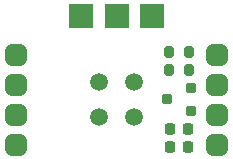
<source format=gbr>
%TF.GenerationSoftware,KiCad,Pcbnew,7.0.2-6a45011f42~172~ubuntu22.04.1*%
%TF.CreationDate,2023-05-29T23:15:52+12:00*%
%TF.ProjectId,THE_BRAWN-20A_LOGIC,5448455f-4252-4415-974e-2d3230415f4c,v2.0*%
%TF.SameCoordinates,Original*%
%TF.FileFunction,Soldermask,Bot*%
%TF.FilePolarity,Negative*%
%FSLAX46Y46*%
G04 Gerber Fmt 4.6, Leading zero omitted, Abs format (unit mm)*
G04 Created by KiCad (PCBNEW 7.0.2-6a45011f42~172~ubuntu22.04.1) date 2023-05-29 23:15:52*
%MOMM*%
%LPD*%
G01*
G04 APERTURE LIST*
G04 Aperture macros list*
%AMRoundRect*
0 Rectangle with rounded corners*
0 $1 Rounding radius*
0 $2 $3 $4 $5 $6 $7 $8 $9 X,Y pos of 4 corners*
0 Add a 4 corners polygon primitive as box body*
4,1,4,$2,$3,$4,$5,$6,$7,$8,$9,$2,$3,0*
0 Add four circle primitives for the rounded corners*
1,1,$1+$1,$2,$3*
1,1,$1+$1,$4,$5*
1,1,$1+$1,$6,$7*
1,1,$1+$1,$8,$9*
0 Add four rect primitives between the rounded corners*
20,1,$1+$1,$2,$3,$4,$5,0*
20,1,$1+$1,$4,$5,$6,$7,0*
20,1,$1+$1,$6,$7,$8,$9,0*
20,1,$1+$1,$8,$9,$2,$3,0*%
G04 Aperture macros list end*
%ADD10C,1.000000*%
%ADD11R,2.000000X2.000000*%
%ADD12RoundRect,0.450000X-0.450000X-0.450000X0.450000X-0.450000X0.450000X0.450000X-0.450000X0.450000X0*%
%ADD13C,1.500000*%
%ADD14RoundRect,0.200000X-0.200000X-0.275000X0.200000X-0.275000X0.200000X0.275000X-0.200000X0.275000X0*%
%ADD15RoundRect,0.225000X-0.225000X-0.250000X0.225000X-0.250000X0.225000X0.250000X-0.225000X0.250000X0*%
%ADD16RoundRect,0.200000X0.250000X0.200000X-0.250000X0.200000X-0.250000X-0.200000X0.250000X-0.200000X0*%
G04 APERTURE END LIST*
D10*
%TO.C,H3*%
X145500000Y-152200000D03*
D11*
X145500000Y-152200000D03*
%TD*%
D10*
%TO.C,H2*%
X142500000Y-152200000D03*
D11*
X142500000Y-152200000D03*
%TD*%
D12*
%TO.C,J2*%
X137000000Y-155500000D03*
X137000000Y-158040000D03*
X137000000Y-160580000D03*
X137000000Y-163120000D03*
%TD*%
D10*
%TO.C,H1*%
X148500000Y-152200000D03*
D11*
X148500000Y-152200000D03*
%TD*%
D12*
%TO.C,J1*%
X154000000Y-155500000D03*
X154000000Y-158040000D03*
X154000000Y-160580000D03*
X154000000Y-163120000D03*
%TD*%
D13*
%TO.C,TP1*%
X147000000Y-160800000D03*
%TD*%
%TO.C,TP3*%
X144000000Y-157800000D03*
%TD*%
D14*
%TO.C,R4*%
X149975000Y-155300000D03*
X151625000Y-155300000D03*
%TD*%
D15*
%TO.C,C1*%
X150025000Y-163300000D03*
X151575000Y-163300000D03*
%TD*%
D14*
%TO.C,R3*%
X149975000Y-156800000D03*
X151625000Y-156800000D03*
%TD*%
D15*
%TO.C,C3*%
X150025000Y-161800000D03*
X151575000Y-161800000D03*
%TD*%
D13*
%TO.C,TP2*%
X147000000Y-157800000D03*
%TD*%
D16*
%TO.C,U2*%
X151800000Y-158350000D03*
X151800000Y-160250000D03*
X149800000Y-159300000D03*
%TD*%
D13*
%TO.C,TP4*%
X144000000Y-160800000D03*
%TD*%
M02*

</source>
